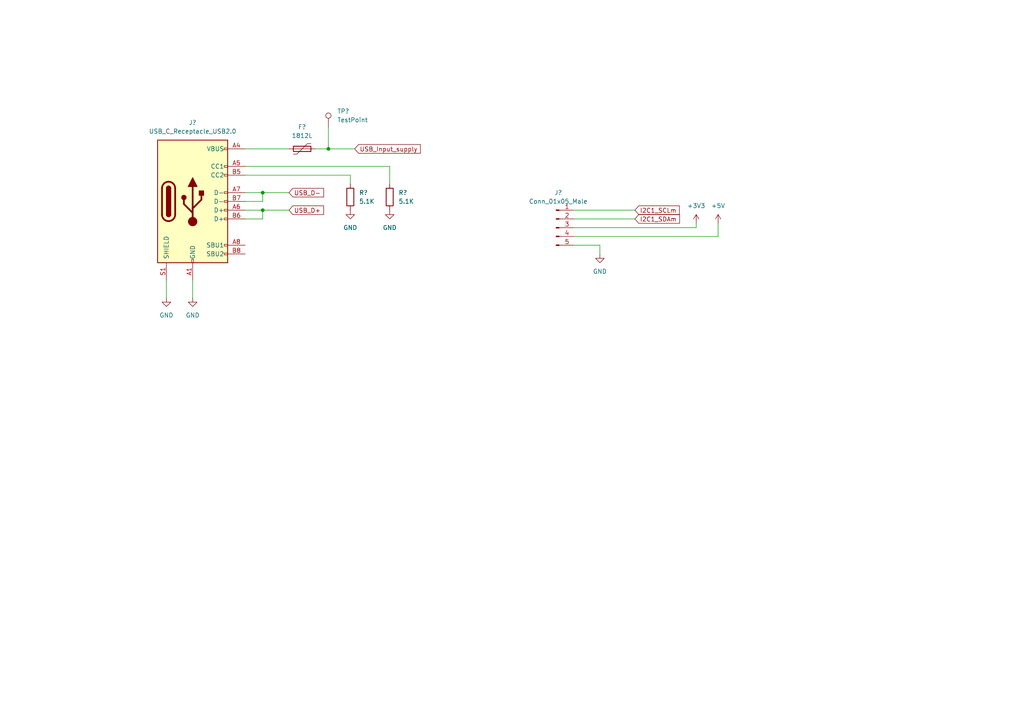
<source format=kicad_sch>
(kicad_sch (version 20211123) (generator eeschema)
  (paper "A4")
  (lib_symbols
    (symbol "Connector:Conn_01x05_Male" (pin_names (offset 1.016) hide)
      (property "Reference" "J" (at 0 7.62 0))
      (property "Value" "Conn_01x05_Male" (at 0 -7.62 0))
      (symbol "Conn_01x05_Male_1_1"
        (polyline (pts (xy 1.27 -5.08) (xy 0.8636 -5.08)) (stroke (width 0.1524)))
        (polyline (pts (xy 1.27 -2.54) (xy 0.8636 -2.54)) (stroke (width 0.1524)))
        (polyline (pts (xy 1.27 0) (xy 0.8636 0)) (stroke (width 0.1524)))
        (polyline (pts (xy 1.27 2.54) (xy 0.8636 2.54)) (stroke (width 0.1524)))
        (polyline (pts (xy 1.27 5.08) (xy 0.8636 5.08)) (stroke (width 0.1524)))
        (rectangle (start 0.8636 -4.953) (end 0 -5.207) (stroke (width 0.1524)) (fill (type outline)))
        (rectangle (start 0.8636 -2.413) (end 0 -2.667) (stroke (width 0.1524)) (fill (type outline)))
        (rectangle (start 0.8636 0.127) (end 0 -0.127) (stroke (width 0.1524)) (fill (type outline)))
        (rectangle (start 0.8636 2.667) (end 0 2.413) (stroke (width 0.1524)) (fill (type outline)))
        (rectangle (start 0.8636 5.207) (end 0 4.953) (stroke (width 0.1524)) (fill (type outline)))
        (pin passive line (at 5.08 5.08 180) (length 3.81) (name "Pin_1") (number "1"))
        (pin passive line (at 5.08 2.54 180) (length 3.81) (name "Pin_2") (number "2"))
        (pin passive line (at 5.08 0 180) (length 3.81) (name "Pin_3") (number "3"))
        (pin passive line (at 5.08 -2.54 180) (length 3.81) (name "Pin_4") (number "4"))
        (pin passive line (at 5.08 -5.08 180) (length 3.81) (name "Pin_5") (number "5"))
      )
    )
    (symbol "Connector:TestPoint" (pin_numbers hide) (pin_names (offset 0.762) hide)
      (property "Reference" "TP" (at 0 6.858 0))
      (property "Value" "TestPoint" (at 0 5.08 0))
      (symbol "TestPoint_0_1"
        (circle (center 0 3.302) (radius 0.762))
      )
      (symbol "TestPoint_1_1"
        (pin passive line (at 0 0 90) (length 2.54) (name "1") (number "1"))
      )
    )
    (symbol "Connector:USB_C_Receptacle_USB2.0" (pin_names (offset 1.016))
      (property "Reference" "J" (at -10.16 19.05 0))
      (property "Value" "USB_C_Receptacle_USB2.0" (at 19.05 19.05 0))
      (symbol "USB_C_Receptacle_USB2.0_0_0"
        (rectangle (start -0.254 -17.78) (end 0.254 -16.764))
        (rectangle (start 10.16 -14.986) (end 9.144 -15.494))
        (rectangle (start 10.16 -12.446) (end 9.144 -12.954))
        (rectangle (start 10.16 -4.826) (end 9.144 -5.334))
        (rectangle (start 10.16 -2.286) (end 9.144 -2.794))
        (rectangle (start 10.16 0.254) (end 9.144 -0.254))
        (rectangle (start 10.16 2.794) (end 9.144 2.286))
        (rectangle (start 10.16 7.874) (end 9.144 7.366))
        (rectangle (start 10.16 10.414) (end 9.144 9.906))
        (rectangle (start 10.16 15.494) (end 9.144 14.986))
      )
      (symbol "USB_C_Receptacle_USB2.0_0_1"
        (rectangle (start -10.16 17.78) (end 10.16 -17.78) (stroke (width 0.254)) (fill (type background)))
        (arc (start -8.89 -3.81) (mid -6.985 -5.715) (end -5.08 -3.81) (stroke (width 0.508)))
        (arc (start -7.62 -3.81) (mid -6.985 -4.445) (end -6.35 -3.81) (stroke (width 0.254)))
        (arc (start -7.62 -3.81) (mid -6.985 -4.445) (end -6.35 -3.81) (stroke (width 0.254)) (fill (type outline)))
        (rectangle (start -7.62 -3.81) (end -6.35 3.81) (stroke (width 0.254)) (fill (type outline)))
        (arc (start -6.35 3.81) (mid -6.985 4.445) (end -7.62 3.81) (stroke (width 0.254)))
        (arc (start -6.35 3.81) (mid -6.985 4.445) (end -7.62 3.81) (stroke (width 0.254)) (fill (type outline)))
        (arc (start -5.08 3.81) (mid -6.985 5.715) (end -8.89 3.81) (stroke (width 0.508)))
        (circle (center -2.54 1.143) (radius 0.635) (stroke (width 0.254)) (fill (type outline)))
        (circle (center 0 -5.842) (radius 1.27) (fill (type outline)))
        (polyline (pts (xy -8.89 -3.81) (xy -8.89 3.81)) (stroke (width 0.508)))
        (polyline (pts (xy -5.08 3.81) (xy -5.08 -3.81)) (stroke (width 0.508)))
        (polyline (pts (xy 0 -5.842) (xy 0 4.318)) (stroke (width 0.508)))
        (polyline (pts (xy 0 -3.302) (xy -2.54 -0.762) (xy -2.54 0.508)) (stroke (width 0.508)))
        (polyline (pts (xy 0 -2.032) (xy 2.54 0.508) (xy 2.54 1.778)) (stroke (width 0.508)))
        (polyline (pts (xy -1.27 4.318) (xy 0 6.858) (xy 1.27 4.318) (xy -1.27 4.318)) (stroke (width 0.254)) (fill (type outline)))
        (rectangle (start 1.905 1.778) (end 3.175 3.048) (stroke (width 0.254)) (fill (type outline)))
      )
      (symbol "USB_C_Receptacle_USB2.0_1_1"
        (pin passive line (at 0 -22.86 90) (length 5.08) (name "GND") (number "A1"))
        (pin passive line (at 0 -22.86 90) (length 5.08) hide (name "GND") (number "A12"))
        (pin passive line (at 15.24 15.24 180) (length 5.08) (name "VBUS") (number "A4"))
        (pin bidirectional line (at 15.24 10.16 180) (length 5.08) (name "CC1") (number "A5"))
        (pin bidirectional line (at 15.24 -2.54 180) (length 5.08) (name "D+") (number "A6"))
        (pin bidirectional line (at 15.24 2.54 180) (length 5.08) (name "D-") (number "A7"))
        (pin bidirectional line (at 15.24 -12.7 180) (length 5.08) (name "SBU1") (number "A8"))
        (pin passive line (at 15.24 15.24 180) (length 5.08) hide (name "VBUS") (number "A9"))
        (pin passive line (at 0 -22.86 90) (length 5.08) hide (name "GND") (number "B1"))
        (pin passive line (at 0 -22.86 90) (length 5.08) hide (name "GND") (number "B12"))
        (pin passive line (at 15.24 15.24 180) (length 5.08) hide (name "VBUS") (number "B4"))
        (pin bidirectional line (at 15.24 7.62 180) (length 5.08) (name "CC2") (number "B5"))
        (pin bidirectional line (at 15.24 -5.08 180) (length 5.08) (name "D+") (number "B6"))
        (pin bidirectional line (at 15.24 0 180) (length 5.08) (name "D-") (number "B7"))
        (pin bidirectional line (at 15.24 -15.24 180) (length 5.08) (name "SBU2") (number "B8"))
        (pin passive line (at 15.24 15.24 180) (length 5.08) hide (name "VBUS") (number "B9"))
        (pin passive line (at -7.62 -22.86 90) (length 5.08) (name "SHIELD") (number "S1"))
      )
    )
    (symbol "Device:Polyfuse" (pin_numbers hide) (pin_names (offset 0))
      (property "Reference" "F" (at -2.54 0 90))
      (property "Value" "Polyfuse" (at 2.54 0 90))
      (symbol "Polyfuse_0_1"
        (rectangle (start -0.762 2.54) (end 0.762 -2.54) (stroke (width 0.254)))
        (polyline (pts (xy 0 2.54) (xy 0 -2.54)))
        (polyline (pts (xy -1.524 2.54) (xy -1.524 1.524) (xy 1.524 -1.524) (xy 1.524 -2.54)))
      )
      (symbol "Polyfuse_1_1"
        (pin passive line (at 0 3.81 270) (length 1.27) (name "~") (number "1"))
        (pin passive line (at 0 -3.81 90) (length 1.27) (name "~") (number "2"))
      )
    )
    (symbol "Device:R" (pin_numbers hide) (pin_names (offset 0))
      (property "Reference" "R" (at 2.032 0 90))
      (property "Value" "R" (at 0 0 90))
      (symbol "R_0_1"
        (rectangle (start -1.016 -2.54) (end 1.016 2.54) (stroke (width 0.254)))
      )
      (symbol "R_1_1"
        (pin passive line (at 0 3.81 270) (length 1.27) (name "~") (number "1"))
        (pin passive line (at 0 -3.81 90) (length 1.27) (name "~") (number "2"))
      )
    )
    (symbol "power:+3.3V" (power) (pin_names (offset 0))
      (property "Value" "+3.3V" (at 0 3.556 0))
      (symbol "+3.3V_0_1"
        (polyline (pts (xy -0.762 1.27) (xy 0 2.54)))
        (polyline (pts (xy 0 0) (xy 0 2.54)))
        (polyline (pts (xy 0 2.54) (xy 0.762 1.27)))
      )
      (symbol "+3.3V_1_1"
        (pin power_in line (at 0 0 90) (length 0) hide (name "+3V3") (number "1"))
      )
    )
    (symbol "power:+5V" (power) (pin_names (offset 0))
      (property "Value" "+5V" (at 0 3.556 0))
      (symbol "+5V_0_1"
        (polyline (pts (xy -0.762 1.27) (xy 0 2.54)))
        (polyline (pts (xy 0 0) (xy 0 2.54)))
        (polyline (pts (xy 0 2.54) (xy 0.762 1.27)))
      )
      (symbol "+5V_1_1"
        (pin power_in line (at 0 0 90) (length 0) hide (name "+5V") (number "1"))
      )
    )
    (symbol "power:GND" (power) (pin_names (offset 0))
      (property "Value" "GND" (at 0 -3.81 0))
      (symbol "GND_0_1"
        (polyline (pts (xy 0 0) (xy 0 -1.27) (xy 1.27 -1.27) (xy 0 -2.54) (xy -1.27 -1.27) (xy 0 -1.27)))
      )
      (symbol "GND_1_1"
        (pin power_in line (at 0 0 270) (length 0) hide (name "GND") (number "1"))
      )
    )
  )
  (junction (at 76.2 55.88))
  (junction (at 95.25 43.18))
  (junction (at 76.2 60.96))
  (wire (pts (xy 55.88 81.28) (xy 55.88 86.36)))
  (wire (pts (xy 113.03 48.26) (xy 113.03 53.34)))
  (wire (pts (xy 76.2 63.5) (xy 76.2 60.96)))
  (wire (pts (xy 71.12 43.18) (xy 83.82 43.18)))
  (wire (pts (xy 71.12 58.42) (xy 76.2 58.42)))
  (wire (pts (xy 173.99 71.12) (xy 173.99 73.66)))
  (wire (pts (xy 201.93 66.04) (xy 201.93 64.77)))
  (wire (pts (xy 101.6 50.8) (xy 101.6 53.34)))
  (wire (pts (xy 166.37 63.5) (xy 184.15 63.5)))
  (wire (pts (xy 166.37 68.58) (xy 208.28 68.58)))
  (wire (pts (xy 208.28 68.58) (xy 208.28 64.77)))
  (wire (pts (xy 76.2 55.88) (xy 83.82 55.88)))
  (wire (pts (xy 166.37 60.96) (xy 184.15 60.96)))
  (wire (pts (xy 95.25 36.83) (xy 95.25 43.18)))
  (wire (pts (xy 71.12 55.88) (xy 76.2 55.88)))
  (wire (pts (xy 76.2 60.96) (xy 83.82 60.96)))
  (wire (pts (xy 71.12 48.26) (xy 113.03 48.26)))
  (wire (pts (xy 166.37 66.04) (xy 201.93 66.04)))
  (wire (pts (xy 71.12 63.5) (xy 76.2 63.5)))
  (wire (pts (xy 48.26 81.28) (xy 48.26 86.36)))
  (wire (pts (xy 71.12 60.96) (xy 76.2 60.96)))
  (wire (pts (xy 76.2 58.42) (xy 76.2 55.88)))
  (wire (pts (xy 166.37 71.12) (xy 173.99 71.12)))
  (wire (pts (xy 95.25 43.18) (xy 102.87 43.18)))
  (wire (pts (xy 71.12 50.8) (xy 101.6 50.8)))
  (wire (pts (xy 91.44 43.18) (xy 95.25 43.18)))
  (global_label "I2C1_SCLm" (shape input) (at 184.15 60.96 0) (property "Intersheet References" "${INTERSHEET_REFS}" (effects hide)))
  (global_label "I2C1_SDAm" (shape input) (at 184.15 63.5 0) (property "Intersheet References" "${INTERSHEET_REFS}" (effects hide)))
  (global_label "USB_D+" (shape input) (at 83.82 60.96 0) (property "Intersheet References" "${INTERSHEET_REFS}" (effects hide)))
  (global_label "USB_Input_supply" (shape input) (at 102.87 43.18 0) (property "Intersheet References" "${INTERSHEET_REFS}" (effects hide)))
  (global_label "USB_D-" (shape input) (at 83.82 55.88 0) (property "Intersheet References" "${INTERSHEET_REFS}" (effects hide)))
  (symbol (lib_id "Device:R") (at 101.6 57.15 0) (unit 1)
    (property "Reference" "R?" (at 104.14 55.8799 0) (effects (justify left)))
    (property "Value" "5.1K" (at 104.14 58.4199 0) (effects (justify left)))
    (property "Footprint" "Resistor_SMD:R_0805_2012Metric_Pad1.20x1.40mm_HandSolder" (effects hide))
  )
  (symbol (lib_id "power:+5V") (at 208.28 64.77 0) (unit 1)
    (property "Reference" "#PWR?" (effects hide))
    (property "Value" "+5V" (at 208.28 59.69 0))
  )
  (symbol (lib_id "power:GND") (at 113.03 60.96 0) (unit 1)
    (property "Reference" "#PWR?" (effects hide))
    (property "Value" "GND" (at 113.03 66.04 0))
  )
  (symbol (lib_id "Device:R") (at 113.03 57.15 0) (unit 1)
    (property "Reference" "R?" (at 115.57 55.8799 0) (effects (justify left)))
    (property "Value" "5.1K" (at 115.57 58.4199 0) (effects (justify left)))
    (property "Footprint" "Resistor_SMD:R_0805_2012Metric_Pad1.20x1.40mm_HandSolder" (effects hide))
  )
  (symbol (lib_id "power:GND") (at 101.6 60.96 0) (unit 1)
    (property "Reference" "#PWR?" (effects hide))
    (property "Value" "GND" (at 101.6 66.04 0))
  )
  (symbol (lib_id "power:+3.3V") (at 201.93 64.77 0) (unit 1)
    (property "Reference" "#PWR?" (effects hide))
    (property "Value" "+3.3V" (at 201.93 59.69 0))
  )
  (symbol (lib_id "power:GND") (at 48.26 86.36 0) (unit 1)
    (property "Reference" "#PWR?" (effects hide))
    (property "Value" "GND" (at 48.26 91.44 0))
  )
  (symbol (lib_id "power:GND") (at 173.99 73.66 0) (unit 1)
    (property "Reference" "#PWR?" (effects hide))
    (property "Value" "GND" (at 173.99 78.74 0))
  )
  (symbol (lib_id "Device:Polyfuse") (at 87.63 43.18 90) (unit 1)
    (property "Reference" "F?" (at 87.63 36.83 90))
    (property "Value" "1812L" (at 87.63 39.37 90))
    (property "Footprint" "Littelfuse_1812L:FUSM4632X200N" (effects hide))
  )
  (symbol (lib_id "power:GND") (at 55.88 86.36 0) (unit 1)
    (property "Reference" "#PWR?" (effects hide))
    (property "Value" "GND" (at 55.88 91.44 0))
  )
  (symbol (lib_id "Connector:USB_C_Receptacle_USB2.0") (at 55.88 58.42 0) (unit 1)
    (property "Reference" "J?" (at 55.88 35.56 0))
    (property "Value" "USB_C_Receptacle_USB2.0" (at 55.88 38.1 0))
    (property "Footprint" "Connector_USB:USB_C_Receptacle_HRO_TYPE-C-31-M-12" (effects hide))
    (property "Datasheet" "https://www.usb.org/sites/default/files/documents/usb_type-c.zip" (effects hide))
  )
  (symbol (lib_id "Connector:Conn_01x05_Male") (at 161.29 66.04 0) (unit 1)
    (property "Reference" "J?" (at 161.925 55.88 0))
    (property "Value" "Conn_01x05_Male" (at 161.925 58.42 0))
  )
  (symbol (lib_id "Connector:TestPoint") (at 95.25 36.83 0) (unit 1)
    (property "Reference" "TP?" (at 97.79 32.2579 0) (effects (justify left)))
    (property "Value" "TestPoint" (at 97.79 34.7979 0) (effects (justify left)))
    (property "Footprint" "TestPoint:TestPoint_Keystone_5010-5014_Multipurpose" (effects hide))
  )
)
</source>
